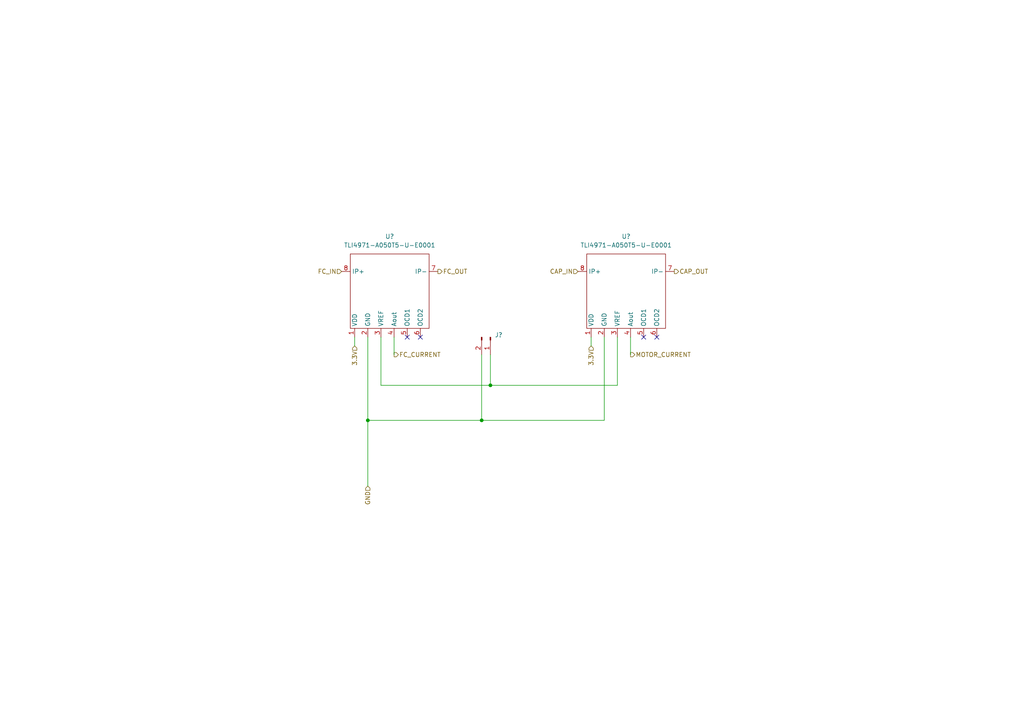
<source format=kicad_sch>
(kicad_sch (version 20211123) (generator eeschema)
  (paper "A4")
  (lib_symbols
    (symbol "Connector:Conn_01x02_Male" (pin_names (offset 1.016) hide)
      (property "Reference" "J" (at 0 2.54 0))
      (property "Value" "Conn_01x02_Male" (at 0 -5.08 0))
      (symbol "Conn_01x02_Male_1_1"
        (polyline (pts (xy 1.27 -2.54) (xy 0.8636 -2.54)) (stroke (width 0.1524)))
        (polyline (pts (xy 1.27 0) (xy 0.8636 0)) (stroke (width 0.1524)))
        (rectangle (start 0.8636 -2.413) (end 0 -2.667) (stroke (width 0.1524)) (fill (type outline)))
        (rectangle (start 0.8636 0.127) (end 0 -0.127) (stroke (width 0.1524)) (fill (type outline)))
        (pin passive line (at 5.08 0 180) (length 3.81) (name "Pin_1") (number "1"))
        (pin passive line (at 5.08 -2.54 180) (length 3.81) (name "Pin_2") (number "2"))
      )
    )
    (symbol "TLI4971-A050T5-U-E0001:TLI4971-A050T5-U-E0001"
      (property "Reference" "U" (at 0 -27.94 0))
      (property "Value" "TLI4971-A050T5-U-E0001" (at 0 12.7 0))
      (symbol "TLI4971-A050T5-U-E0001_0_1"
        (rectangle (start -11.43 10.16) (end 11.43 -11.43))
      )
      (symbol "TLI4971-A050T5-U-E0001_1_1"
        (pin power_in line (at -10.16 -13.97 90) (length 2.54) (name "VDD") (number "1"))
        (pin power_in line (at -6.35 -13.97 90) (length 2.54) (name "GND") (number "2"))
        (pin input line (at -2.54 -13.97 90) (length 2.54) (name "VREF") (number "3"))
        (pin output line (at 1.27 -13.97 90) (length 2.54) (name "Aout") (number "4"))
        (pin output line (at 5.08 -13.97 90) (length 2.54) (name "OCD1") (number "5"))
        (pin output line (at 8.89 -13.97 90) (length 2.54) (name "OCD2") (number "6"))
        (pin input line (at 13.97 5.08 180) (length 2.54) (name "IP-") (number "7"))
        (pin input line (at -13.97 5.08 0) (length 2.54) (name "IP+") (number "8"))
      )
    )
  )
  (junction (at 142.24 111.76))
  (junction (at 106.68 121.92))
  (junction (at 139.7 121.92))
  (no_connect (at 121.92 97.79))
  (no_connect (at 186.69 97.79))
  (no_connect (at 190.5 97.79))
  (no_connect (at 118.11 97.79))
  (wire (pts (xy 171.45 97.79) (xy 171.45 100.33)))
  (wire (pts (xy 179.07 111.76) (xy 142.24 111.76)))
  (wire (pts (xy 139.7 102.87) (xy 139.7 121.92)))
  (wire (pts (xy 106.68 121.92) (xy 106.68 140.97)))
  (wire (pts (xy 175.26 97.79) (xy 175.26 121.92)))
  (wire (pts (xy 142.24 111.76) (xy 110.49 111.76)))
  (wire (pts (xy 139.7 121.92) (xy 175.26 121.92)))
  (wire (pts (xy 102.87 97.79) (xy 102.87 100.33)))
  (wire (pts (xy 182.88 102.87) (xy 182.88 97.79)))
  (wire (pts (xy 142.24 102.87) (xy 142.24 111.76)))
  (wire (pts (xy 106.68 121.92) (xy 139.7 121.92)))
  (wire (pts (xy 106.68 97.79) (xy 106.68 121.92)))
  (wire (pts (xy 110.49 111.76) (xy 110.49 97.79)))
  (wire (pts (xy 114.3 102.87) (xy 114.3 97.79)))
  (wire (pts (xy 179.07 97.79) (xy 179.07 111.76)))
  (hierarchical_label "FC_OUT" (shape output) (at 127 78.74 0))
  (hierarchical_label "MOTOR_CURRENT" (shape output) (at 182.88 102.87 0))
  (hierarchical_label "3.3V" (shape input) (at 171.45 100.33 270))
  (hierarchical_label "FC_CURRENT" (shape output) (at 114.3 102.87 0))
  (hierarchical_label "FC_IN" (shape input) (at 99.06 78.74 180))
  (hierarchical_label "CAP_OUT" (shape output) (at 195.58 78.74 0))
  (hierarchical_label "3.3V" (shape input) (at 102.87 100.33 270))
  (hierarchical_label "GND" (shape input) (at 106.68 140.97 270))
  (hierarchical_label "CAP_IN" (shape input) (at 167.64 78.74 180))
  (symbol (lib_id "TLI4971-A050T5-U-E0001:TLI4971-A050T5-U-E0001") (at 181.61 83.82 0) (unit 1)
    (property "Reference" "U?" (at 181.61 68.58 0))
    (property "Value" "TLI4971-A050T5-U-E0001" (at 181.61 71.12 0))
    (property "Footprint" "Package_SON:Infineon_PG-TISON-8-5" (effects hide))
    (property "Datasheet" "https://www.infineon.com/dgdl/Infineon-TLI4971_25_50_75_120-DataSheet-v01_20-EN.pdf?fileId=5546d462700c0ae6017034d731621b09" (effects hide))
  )
  (symbol (lib_id "TLI4971-A050T5-U-E0001:TLI4971-A050T5-U-E0001") (at 113.03 83.82 0) (unit 1)
    (property "Reference" "U?" (at 113.03 68.58 0))
    (property "Value" "TLI4971-A050T5-U-E0001" (at 113.03 71.12 0))
    (property "Footprint" "Package_SON:Infineon_PG-TISON-8-5" (effects hide))
    (property "Datasheet" "https://www.infineon.com/dgdl/Infineon-TLI4971_25_50_75_120-DataSheet-v01_20-EN.pdf?fileId=5546d462700c0ae6017034d731621b09" (effects hide))
    (property "digikey part no." "448-TLI4971A050T5UE0001XUMA1CT-ND" (effects hide))
  )
  (symbol (lib_id "Connector:Conn_01x02_Male") (at 142.24 97.79 270) (unit 1)
    (property "Reference" "J?" (at 143.51 97.1549 90) (effects (justify left)))
  )
)
</source>
